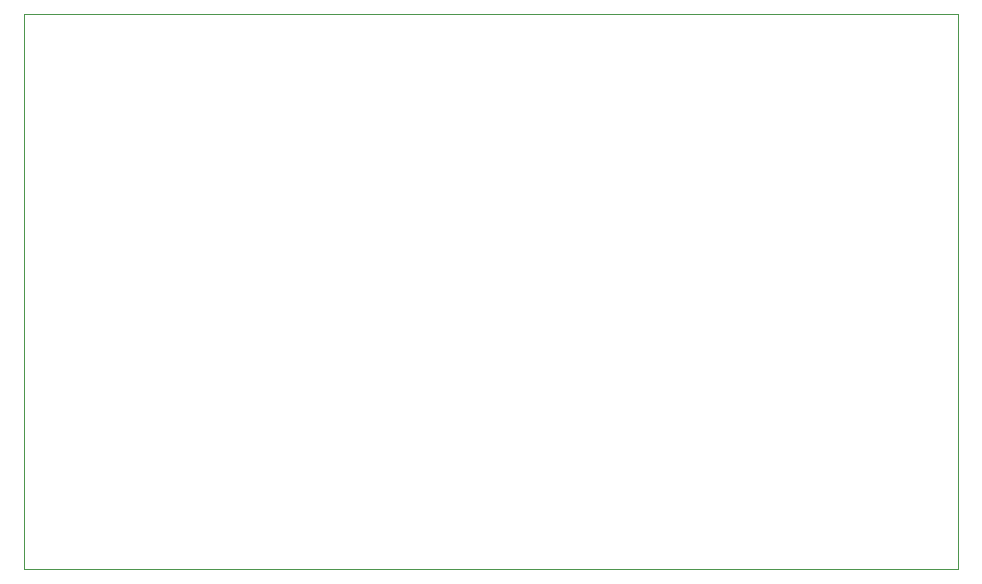
<source format=gm1>
%TF.GenerationSoftware,KiCad,Pcbnew,7.0.10*%
%TF.CreationDate,2024-04-01T00:34:45-05:00*%
%TF.ProjectId,Radar2_ExtFilter,52616461-7232-45f4-9578-7446696c7465,rev?*%
%TF.SameCoordinates,Original*%
%TF.FileFunction,Profile,NP*%
%FSLAX46Y46*%
G04 Gerber Fmt 4.6, Leading zero omitted, Abs format (unit mm)*
G04 Created by KiCad (PCBNEW 7.0.10) date 2024-04-01 00:34:45*
%MOMM*%
%LPD*%
G01*
G04 APERTURE LIST*
%TA.AperFunction,Profile*%
%ADD10C,0.100000*%
%TD*%
G04 APERTURE END LIST*
D10*
X98000000Y-42000000D02*
X177100000Y-42000000D01*
X177100000Y-89000000D01*
X98000000Y-89000000D01*
X98000000Y-42000000D01*
M02*

</source>
